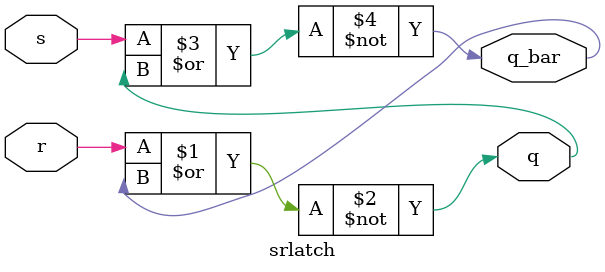
<source format=v>
module srlatch(s,r,q,q_bar);
input s,r;
output q,q_bar;
  assign q=~(r|q_bar);
  assign q_bar=~(s|q);
endmodule

</source>
